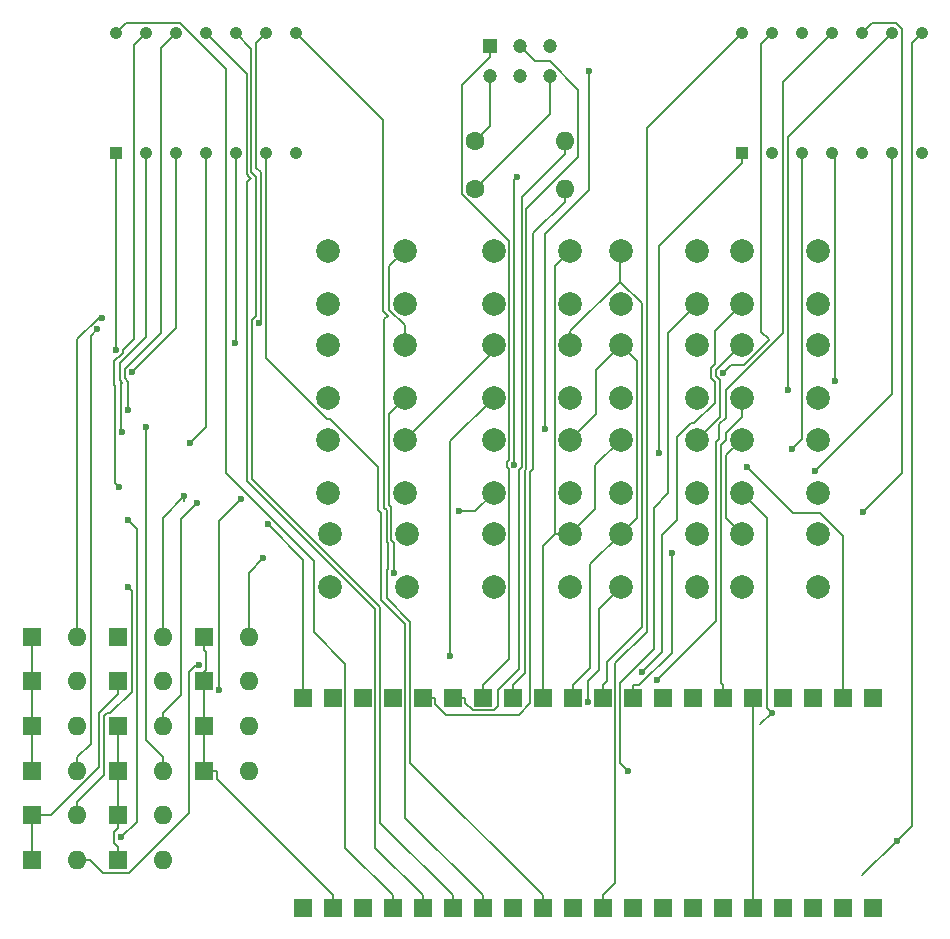
<source format=gbr>
%TF.GenerationSoftware,KiCad,Pcbnew,8.0.8*%
%TF.CreationDate,2025-05-29T15:04:49-04:00*%
%TF.ProjectId,meowwww x3,6d656f77-7777-4772-9078-332e6b696361,rev?*%
%TF.SameCoordinates,Original*%
%TF.FileFunction,Copper,L2,Bot*%
%TF.FilePolarity,Positive*%
%FSLAX46Y46*%
G04 Gerber Fmt 4.6, Leading zero omitted, Abs format (unit mm)*
G04 Created by KiCad (PCBNEW 8.0.8) date 2025-05-29 15:04:49*
%MOMM*%
%LPD*%
G01*
G04 APERTURE LIST*
%TA.AperFunction,ComponentPad*%
%ADD10R,1.508000X1.508000*%
%TD*%
%TA.AperFunction,ComponentPad*%
%ADD11C,2.000000*%
%TD*%
%TA.AperFunction,ComponentPad*%
%ADD12R,1.200000X1.200000*%
%TD*%
%TA.AperFunction,ComponentPad*%
%ADD13C,1.200000*%
%TD*%
%TA.AperFunction,ComponentPad*%
%ADD14C,1.600000*%
%TD*%
%TA.AperFunction,ComponentPad*%
%ADD15O,1.600000X1.600000*%
%TD*%
%TA.AperFunction,ComponentPad*%
%ADD16R,1.050000X1.050000*%
%TD*%
%TA.AperFunction,ComponentPad*%
%ADD17C,1.050000*%
%TD*%
%TA.AperFunction,ComponentPad*%
%ADD18R,1.600000X1.600000*%
%TD*%
%TA.AperFunction,ViaPad*%
%ADD19C,0.600000*%
%TD*%
%TA.AperFunction,Conductor*%
%ADD20C,0.200000*%
%TD*%
G04 APERTURE END LIST*
D10*
%TO.P,U4,GP0,GP0*%
%TO.N,Net-(U1-SDA)*%
X129360000Y-80110000D03*
%TO.P,U4,GP1,GP1*%
%TO.N,Net-(U1-SCK)*%
X126820000Y-80110000D03*
%TO.P,U4,GND4,GND4*%
%TO.N,Net-(U1-A0)*%
X124280000Y-80110000D03*
%TO.P,U4,GP2,GP2*%
%TO.N,unconnected-(U4-PadGP2)*%
X121740000Y-80110000D03*
%TO.P,U4,GP3,GP3*%
%TO.N,ro2*%
X119200000Y-80110000D03*
%TO.P,U4,GP4,GP4*%
%TO.N,ro3*%
X116660000Y-80110000D03*
%TO.P,U4,GP5,GP5*%
%TO.N,ro4*%
X114120000Y-80110000D03*
%TO.P,U4,GND5,GND5*%
%TO.N,unconnected-(U4-PadGND5)*%
X111580000Y-80110000D03*
%TO.P,U4,GP6,GP6*%
%TO.N,col1*%
X109040000Y-80110000D03*
%TO.P,U4,GP7,GP7*%
%TO.N,col2*%
X106500000Y-80110000D03*
%TO.P,U4,GP8,GP8*%
%TO.N,col3*%
X103960000Y-80110000D03*
%TO.P,U4,GP9,GP9*%
%TO.N,col4*%
X101420000Y-80110000D03*
%TO.P,U4,GND6,GND6*%
%TO.N,eee*%
X98880000Y-80110000D03*
%TO.P,U4,GP10,GP10*%
%TO.N,meow*%
X96340000Y-80110000D03*
%TO.P,U4,GP11,GP11*%
%TO.N,one*%
X93800000Y-80110000D03*
%TO.P,U4,GP12,GP12*%
%TO.N,two*%
X91260000Y-80110000D03*
%TO.P,U4,GP13,GP13*%
%TO.N,ro1*%
X88720000Y-80110000D03*
%TO.P,U4,GND7,GND7*%
%TO.N,unconnected-(U4-PadGND7)*%
X86180000Y-80110000D03*
%TO.P,U4,GP14,GP14*%
%TO.N,Net-(DS2-Pad11)*%
X83640000Y-80110000D03*
%TO.P,U4,GP15,GP15*%
%TO.N,Net-(DS2-Pad10)*%
X81100000Y-80110000D03*
%TO.P,U4,VBUS,VBUS*%
%TO.N,unconnected-(U4-PadVBUS)*%
X129360000Y-97890000D03*
%TO.P,U4,VSYS,VSYS*%
%TO.N,unconnected-(U4-PadVSYS)*%
X126820000Y-97890000D03*
%TO.P,U4,GND,GND*%
%TO.N,Net-(U1-VSS)*%
X124280000Y-97890000D03*
%TO.P,U4,3V3_EN,3V3_EN*%
%TO.N,unconnected-(U4-Pad3V3_EN)*%
X121740000Y-97890000D03*
%TO.P,U4,3V3,3V3*%
%TO.N,ro2*%
X119200000Y-97890000D03*
%TO.P,U4,ADC_VREF,ADC_VREF*%
%TO.N,unconnected-(U4-PadADC_VREF)*%
X116660000Y-97890000D03*
%TO.P,U4,GP28_A2,GP28_A2*%
%TO.N,unconnected-(U4-PadGP28_A2)*%
X114120000Y-97890000D03*
%TO.P,U4,AGND,AGND*%
%TO.N,unconnected-(U4-PadAGND)*%
X111580000Y-97890000D03*
%TO.P,U4,GP27_A1,GP27_A1*%
%TO.N,unconnected-(U4-PadGP27_A1)*%
X109040000Y-97890000D03*
%TO.P,U4,GP26_A0,GP26_A0*%
%TO.N,Net-(DS2-Pad14)*%
X106500000Y-97890000D03*
%TO.P,U4,RUN,RUN*%
%TO.N,unconnected-(U4-PadRUN)*%
X103960000Y-97890000D03*
%TO.P,U4,GP22,GP22*%
%TO.N,Net-(DS1-Pad8)*%
X101420000Y-97890000D03*
%TO.P,U4,GND2,GND2*%
%TO.N,unconnected-(U4-PadGND2)*%
X98880000Y-97890000D03*
%TO.P,U4,GP21,GP21*%
%TO.N,Net-(DS1-Pad6)*%
X96340000Y-97890000D03*
%TO.P,U4,GP20,GP20*%
%TO.N,Net-(DS1-Pad10)*%
X93800000Y-97890000D03*
%TO.P,U4,GP19,GP19*%
%TO.N,Net-(DS1-Pad11)*%
X91260000Y-97890000D03*
%TO.P,U4,GP18,GP18*%
%TO.N,Net-(DS1-Pad14)*%
X88720000Y-97890000D03*
%TO.P,U4,GND3,GND3*%
%TO.N,unconnected-(U4-PadGND3)*%
X86180000Y-97890000D03*
%TO.P,U4,GP17,GP17*%
%TO.N,ro4*%
X83640000Y-97890000D03*
%TO.P,U4,GP16,GP16*%
%TO.N,Net-(DS2-Pad8)*%
X81100000Y-97890000D03*
%TD*%
D11*
%TO.P,SW17,1,1*%
%TO.N,col1*%
X118250000Y-66250000D03*
X124750000Y-66250000D03*
%TO.P,SW17,2,2*%
%TO.N,Net-(D13-A)*%
X118250000Y-70750000D03*
X124750000Y-70750000D03*
%TD*%
%TO.P,SW16,1,1*%
%TO.N,col1*%
X118250000Y-58250000D03*
X124750000Y-58250000D03*
%TO.P,SW16,2,2*%
%TO.N,Net-(D12-A)*%
X118250000Y-62750000D03*
X124750000Y-62750000D03*
%TD*%
%TO.P,SW15,1,1*%
%TO.N,col4*%
X118250000Y-50250000D03*
X124750000Y-50250000D03*
%TO.P,SW15,2,2*%
%TO.N,ro3*%
X118250000Y-54750000D03*
X124750000Y-54750000D03*
%TD*%
%TO.P,SW14,1,1*%
%TO.N,col2*%
X118250000Y-42250000D03*
X124750000Y-42250000D03*
%TO.P,SW14,2,2*%
%TO.N,Net-(D14-A)*%
X118250000Y-46750000D03*
X124750000Y-46750000D03*
%TD*%
%TO.P,SW13,1,1*%
%TO.N,col3*%
X108000000Y-66250000D03*
X114500000Y-66250000D03*
%TO.P,SW13,2,2*%
%TO.N,Net-(D15-A)*%
X108000000Y-70750000D03*
X114500000Y-70750000D03*
%TD*%
%TO.P,SW12,1,1*%
%TO.N,col4*%
X108000000Y-58250000D03*
X114500000Y-58250000D03*
%TO.P,SW12,2,2*%
%TO.N,Net-(D9-A)*%
X108000000Y-62750000D03*
X114500000Y-62750000D03*
%TD*%
%TO.P,SW11,1,1*%
%TO.N,col3*%
X108000000Y-50250000D03*
X114500000Y-50250000D03*
%TO.P,SW11,2,2*%
%TO.N,Net-(D10-A)*%
X108000000Y-54750000D03*
X114500000Y-54750000D03*
%TD*%
%TO.P,SW10,1,1*%
%TO.N,col2*%
X108000000Y-42250000D03*
X114500000Y-42250000D03*
%TO.P,SW10,2,2*%
%TO.N,Net-(D11-A)*%
X108000000Y-46750000D03*
X114500000Y-46750000D03*
%TD*%
%TO.P,SW9,1,1*%
%TO.N,col4*%
X97250000Y-66250000D03*
X103750000Y-66250000D03*
%TO.P,SW9,2,2*%
%TO.N,Net-(D8-A)*%
X97250000Y-70750000D03*
X103750000Y-70750000D03*
%TD*%
%TO.P,SW8,1,1*%
%TO.N,col3*%
X97250000Y-58250000D03*
X103750000Y-58250000D03*
%TO.P,SW8,2,2*%
%TO.N,Net-(D7-A)*%
X97250000Y-62750000D03*
X103750000Y-62750000D03*
%TD*%
%TO.P,SW7,1,1*%
%TO.N,col2*%
X97250000Y-50250000D03*
X103750000Y-50250000D03*
%TO.P,SW7,2,2*%
%TO.N,Net-(D6-A)*%
X97250000Y-54750000D03*
X103750000Y-54750000D03*
%TD*%
%TO.P,SW6,1,1*%
%TO.N,col4*%
X97250000Y-42250000D03*
X103750000Y-42250000D03*
%TO.P,SW6,2,2*%
%TO.N,Net-(D4-A)*%
X97250000Y-46750000D03*
X103750000Y-46750000D03*
%TD*%
%TO.P,SW5,1,1*%
%TO.N,col3*%
X83380000Y-66250000D03*
X89880000Y-66250000D03*
%TO.P,SW5,2,2*%
%TO.N,Net-(D3-A)*%
X83380000Y-70750000D03*
X89880000Y-70750000D03*
%TD*%
%TO.P,SW4,1,1*%
%TO.N,col2*%
X83250000Y-58250000D03*
X89750000Y-58250000D03*
%TO.P,SW4,2,2*%
%TO.N,Net-(D2-A)*%
X83250000Y-62750000D03*
X89750000Y-62750000D03*
%TD*%
%TO.P,SW3,1,1*%
%TO.N,col1*%
X83250000Y-50250000D03*
X89750000Y-50250000D03*
%TO.P,SW3,2,2*%
%TO.N,Net-(D5-A)*%
X83250000Y-54750000D03*
X89750000Y-54750000D03*
%TD*%
%TO.P,SW2,1,1*%
%TO.N,col1*%
X83250000Y-42250000D03*
X89750000Y-42250000D03*
%TO.P,SW2,2,2*%
%TO.N,Net-(D1-A)*%
X83250000Y-46750000D03*
X89750000Y-46750000D03*
%TD*%
D12*
%TO.P,SW1,1,A*%
%TO.N,meow*%
X96920000Y-24960000D03*
D13*
%TO.P,SW1,2,B*%
%TO.N,eee*%
X99460000Y-24960000D03*
%TO.P,SW1,3,C*%
%TO.N,unconnected-(SW1-C-Pad3)*%
X102000000Y-24960000D03*
%TO.P,SW1,4,KR*%
%TO.N,Net-(SW1-KR)*%
X96920000Y-27500000D03*
%TO.P,SW1,5,A*%
%TO.N,unconnected-(SW1-A-Pad5)*%
X99460000Y-27500000D03*
%TO.P,SW1,6,KG*%
%TO.N,Net-(SW1-KG)*%
X102000000Y-27500000D03*
%TD*%
D14*
%TO.P,R2,1*%
%TO.N,Net-(SW1-KG)*%
X95690000Y-37000000D03*
D15*
%TO.P,R2,2*%
%TO.N,two*%
X103310000Y-37000000D03*
%TD*%
D14*
%TO.P,R1,1*%
%TO.N,Net-(SW1-KR)*%
X95690000Y-32950000D03*
D15*
%TO.P,R1,2*%
%TO.N,one*%
X103310000Y-32950000D03*
%TD*%
D16*
%TO.P,DS2,1*%
%TO.N,Net-(U1-GPA3)*%
X118260000Y-34000000D03*
D17*
%TO.P,DS2,2*%
%TO.N,Net-(U1-GPA4)*%
X120800000Y-34000000D03*
%TO.P,DS2,3*%
%TO.N,Net-(U1-GPA0)*%
X123340000Y-34000000D03*
%TO.P,DS2,4*%
%TO.N,Net-(U1-GPA5)*%
X125880000Y-34000000D03*
%TO.P,DS2,5*%
%TO.N,Net-(U1-GPA1)*%
X128420000Y-34000000D03*
%TO.P,DS2,6*%
%TO.N,Net-(D9-A)*%
X130960000Y-34000000D03*
%TO.P,DS2,8*%
%TO.N,Net-(DS2-Pad8)*%
X133500000Y-23840000D03*
%TO.P,DS2,9*%
%TO.N,Net-(U1-GPA6)*%
X130960000Y-23840000D03*
%TO.P,DS2,10*%
%TO.N,Net-(DS2-Pad10)*%
X128420000Y-23840000D03*
%TO.P,DS2,11*%
%TO.N,Net-(DS2-Pad11)*%
X125880000Y-23840000D03*
%TO.P,DS2,12*%
%TO.N,Net-(U1-GPA2)*%
X123340000Y-23840000D03*
%TO.P,DS2,13*%
%TO.N,Net-(U1-GPA7)*%
X120800000Y-23840000D03*
%TO.P,DS2,14*%
%TO.N,Net-(DS2-Pad14)*%
X118260000Y-23840000D03*
%TO.P,DS2,7*%
%TO.N,N/C*%
X133500000Y-34000000D03*
%TD*%
D16*
%TO.P,DS1,1*%
%TO.N,Net-(U1-GPB3)*%
X65260000Y-34000000D03*
D17*
%TO.P,DS1,2*%
%TO.N,Net-(U1-GPB4)*%
X67800000Y-34000000D03*
%TO.P,DS1,3*%
%TO.N,Net-(U1-GPB0)*%
X70340000Y-34000000D03*
%TO.P,DS1,4*%
%TO.N,Net-(U1-GPB5)*%
X72880000Y-34000000D03*
%TO.P,DS1,5*%
%TO.N,Net-(U1-GPB1)*%
X75420000Y-34000000D03*
%TO.P,DS1,6*%
%TO.N,Net-(DS1-Pad6)*%
X77960000Y-34000000D03*
%TO.P,DS1,8*%
%TO.N,Net-(DS1-Pad8)*%
X80500000Y-23840000D03*
%TO.P,DS1,9*%
%TO.N,Net-(U1-GPB6)*%
X77960000Y-23840000D03*
%TO.P,DS1,10*%
%TO.N,Net-(DS1-Pad10)*%
X75420000Y-23840000D03*
%TO.P,DS1,11*%
%TO.N,Net-(DS1-Pad11)*%
X72880000Y-23840000D03*
%TO.P,DS1,12*%
%TO.N,Net-(U1-GPB2)*%
X70340000Y-23840000D03*
%TO.P,DS1,13*%
%TO.N,Net-(U1-GPB7)*%
X67800000Y-23840000D03*
%TO.P,DS1,14*%
%TO.N,Net-(DS1-Pad14)*%
X65260000Y-23840000D03*
%TO.P,DS1,7*%
%TO.N,N/C*%
X80500000Y-34000000D03*
%TD*%
D18*
%TO.P,D16,1,K*%
%TO.N,ro4*%
X72710700Y-86272700D03*
D15*
%TO.P,D16,2,A*%
%TO.N,ro3*%
X76520700Y-86272700D03*
%TD*%
D18*
%TO.P,D15,1,K*%
%TO.N,ro4*%
X72710700Y-82500000D03*
D15*
%TO.P,D15,2,A*%
%TO.N,Net-(D15-A)*%
X76520700Y-82500000D03*
%TD*%
D18*
%TO.P,D14,1,K*%
%TO.N,ro4*%
X72710700Y-78727300D03*
D15*
%TO.P,D14,2,A*%
%TO.N,Net-(D14-A)*%
X76520700Y-78727300D03*
%TD*%
D18*
%TO.P,D13,1,K*%
%TO.N,ro4*%
X72710700Y-74954500D03*
D15*
%TO.P,D13,2,A*%
%TO.N,Net-(D13-A)*%
X76520700Y-74954500D03*
%TD*%
D18*
%TO.P,D12,1,K*%
%TO.N,ro3*%
X65439300Y-93818200D03*
D15*
%TO.P,D12,2,A*%
%TO.N,Net-(D12-A)*%
X69249300Y-93818200D03*
%TD*%
D18*
%TO.P,D11,1,K*%
%TO.N,ro3*%
X65439300Y-90045500D03*
D15*
%TO.P,D11,2,A*%
%TO.N,Net-(D11-A)*%
X69249300Y-90045500D03*
%TD*%
D18*
%TO.P,D10,1,K*%
%TO.N,ro3*%
X65439300Y-86272700D03*
D15*
%TO.P,D10,2,A*%
%TO.N,Net-(D10-A)*%
X69249300Y-86272700D03*
%TD*%
D18*
%TO.P,D9,1,K*%
%TO.N,ro3*%
X65439300Y-82500000D03*
D15*
%TO.P,D9,2,A*%
%TO.N,Net-(D9-A)*%
X69249300Y-82500000D03*
%TD*%
D18*
%TO.P,D8,1,K*%
%TO.N,ro2*%
X65439300Y-78727300D03*
D15*
%TO.P,D8,2,A*%
%TO.N,Net-(D8-A)*%
X69249300Y-78727300D03*
%TD*%
D18*
%TO.P,D7,1,K*%
%TO.N,ro2*%
X65439300Y-74954500D03*
D15*
%TO.P,D7,2,A*%
%TO.N,Net-(D7-A)*%
X69249300Y-74954500D03*
%TD*%
D18*
%TO.P,D6,1,K*%
%TO.N,ro2*%
X58167900Y-93818200D03*
D15*
%TO.P,D6,2,A*%
%TO.N,Net-(D6-A)*%
X61977900Y-93818200D03*
%TD*%
D18*
%TO.P,D5,1,K*%
%TO.N,ro2*%
X58167900Y-90045500D03*
D15*
%TO.P,D5,2,A*%
%TO.N,Net-(D5-A)*%
X61977900Y-90045500D03*
%TD*%
D18*
%TO.P,D4,1,K*%
%TO.N,ro1*%
X58167900Y-86272700D03*
D15*
%TO.P,D4,2,A*%
%TO.N,Net-(D4-A)*%
X61977900Y-86272700D03*
%TD*%
D18*
%TO.P,D3,1,K*%
%TO.N,ro1*%
X58167900Y-82500000D03*
D15*
%TO.P,D3,2,A*%
%TO.N,Net-(D3-A)*%
X61977900Y-82500000D03*
%TD*%
D18*
%TO.P,D2,1,K*%
%TO.N,ro1*%
X58167900Y-78727300D03*
D15*
%TO.P,D2,2,A*%
%TO.N,Net-(D2-A)*%
X61977900Y-78727300D03*
%TD*%
D18*
%TO.P,D1,1,K*%
%TO.N,ro1*%
X58167900Y-74954500D03*
D15*
%TO.P,D1,2,A*%
%TO.N,Net-(D1-A)*%
X61977900Y-74954500D03*
%TD*%
D19*
%TO.N,Net-(U1-VSS)*%
X66296600Y-65048600D03*
X65719800Y-91931800D03*
%TO.N,Net-(U1-SCK)*%
X118735300Y-60601900D03*
%TO.N,col1*%
X112305900Y-67827300D03*
%TO.N,Net-(DS2-Pad8)*%
X131404500Y-92206700D03*
%TO.N,Net-(U1-GPA2)*%
X101573000Y-57359200D03*
X105292400Y-27078700D03*
%TO.N,Net-(DS2-Pad11)*%
X111067000Y-78616300D03*
%TO.N,Net-(U1-GPA5)*%
X126172500Y-53273300D03*
%TO.N,Net-(U1-GPA1)*%
X99008300Y-60368900D03*
X99261000Y-36003300D03*
%TO.N,Net-(U1-GPA6)*%
X122201300Y-54097100D03*
%TO.N,Net-(DS2-Pad10)*%
X128493200Y-64360600D03*
X78101800Y-65438600D03*
%TO.N,Net-(U1-GPA3)*%
X111244000Y-59377100D03*
%TO.N,Net-(U1-GPA0)*%
X122482500Y-59077400D03*
%TO.N,Net-(U1-GPA7)*%
X116664600Y-52625300D03*
%TO.N,Net-(U1-GPB5)*%
X71517000Y-58547700D03*
%TO.N,Net-(U1-GPB6)*%
X77389400Y-48367500D03*
%TO.N,Net-(U1-GPB4)*%
X65803200Y-57573000D03*
%TO.N,Net-(U1-GPB1)*%
X75333900Y-50063300D03*
%TO.N,Net-(U1-GPB2)*%
X66308500Y-55714500D03*
%TO.N,Net-(U1-GPB7)*%
X65540900Y-62285000D03*
%TO.N,Net-(U1-GPB3)*%
X65253200Y-50658300D03*
%TO.N,Net-(U1-GPB0)*%
X66606500Y-52557300D03*
%TO.N,Net-(D15-A)*%
X105230000Y-80485500D03*
%TO.N,Net-(D14-A)*%
X109838300Y-77931000D03*
%TO.N,Net-(D13-A)*%
X77731500Y-68308700D03*
%TO.N,Net-(D12-A)*%
X120785300Y-81369700D03*
%TO.N,Net-(D11-A)*%
X108612700Y-86303100D03*
%TO.N,Net-(D10-A)*%
X67777200Y-57205000D03*
%TO.N,Net-(D9-A)*%
X72132100Y-63587700D03*
X124439100Y-60899900D03*
%TO.N,Net-(D7-A)*%
X71064600Y-63043000D03*
X94352300Y-64299200D03*
%TO.N,Net-(D6-A)*%
X72277700Y-77336800D03*
X93591400Y-76600500D03*
%TO.N,Net-(D5-A)*%
X66294500Y-70770200D03*
X88777700Y-69547200D03*
%TO.N,Net-(D4-A)*%
X63679300Y-48929900D03*
%TO.N,Net-(D2-A)*%
X74020600Y-79459100D03*
X75843800Y-63327500D03*
%TO.N,Net-(D1-A)*%
X64045300Y-47928200D03*
%TD*%
D20*
%TO.N,Net-(U1-VSS)*%
X67041400Y-90610200D02*
X65719800Y-91931800D01*
X67041400Y-65793400D02*
X67041400Y-90610200D01*
X66296600Y-65048600D02*
X67041400Y-65793400D01*
%TO.N,Net-(U1-SCK)*%
X126820000Y-66421100D02*
X126820000Y-80110000D01*
X124898900Y-64500000D02*
X126820000Y-66421100D01*
X122633400Y-64500000D02*
X124898900Y-64500000D01*
X118735300Y-60601900D02*
X122633400Y-64500000D01*
%TO.N,col4*%
X105844500Y-60405500D02*
X108000000Y-58250000D01*
X105844500Y-64155500D02*
X105844500Y-60405500D01*
X103750000Y-66250000D02*
X105844500Y-64155500D01*
X101420000Y-67240200D02*
X102410200Y-66250000D01*
X101420000Y-80110000D02*
X101420000Y-67240200D01*
X102410200Y-43589800D02*
X103750000Y-42250000D01*
X102410200Y-66250000D02*
X102410200Y-43589800D01*
X102410200Y-66250000D02*
X103750000Y-66250000D01*
X114500000Y-58247900D02*
X114500000Y-58250000D01*
X116436000Y-56311900D02*
X114500000Y-58247900D01*
X116436000Y-53247500D02*
X116436000Y-56311900D01*
X116062900Y-52874400D02*
X116436000Y-53247500D01*
X116062900Y-52376200D02*
X116062900Y-52874400D01*
X118189100Y-50250000D02*
X116062900Y-52376200D01*
X118250000Y-50250000D02*
X118189100Y-50250000D01*
%TO.N,col3*%
X105445800Y-77568500D02*
X103960000Y-79054300D01*
X105445800Y-68804200D02*
X105445800Y-77568500D01*
X108000000Y-66250000D02*
X105445800Y-68804200D01*
X103960000Y-80110000D02*
X103960000Y-79054300D01*
X105875100Y-56124900D02*
X103750000Y-58250000D01*
X105875100Y-52374900D02*
X105875100Y-56124900D01*
X108000000Y-50250000D02*
X105875100Y-52374900D01*
X109343000Y-64907000D02*
X108000000Y-66250000D01*
X109343000Y-51593000D02*
X109343000Y-64907000D01*
X108000000Y-50250000D02*
X109343000Y-51593000D01*
%TO.N,col2*%
X97250000Y-50750000D02*
X97250000Y-50250000D01*
X89750000Y-58250000D02*
X97250000Y-50750000D01*
X107980800Y-42269200D02*
X108000000Y-42250000D01*
X107980800Y-44871700D02*
X107980800Y-42269200D01*
X106500000Y-80110000D02*
X106500000Y-79054300D01*
X103750000Y-49102500D02*
X107980800Y-44871700D01*
X103750000Y-50250000D02*
X103750000Y-49102500D01*
X106845000Y-78709300D02*
X106500000Y-79054300D01*
X106845000Y-77054300D02*
X106845000Y-78709300D01*
X109791100Y-74108200D02*
X106845000Y-77054300D01*
X109791100Y-46682000D02*
X109791100Y-74108200D01*
X107980800Y-44871700D02*
X109791100Y-46682000D01*
%TO.N,col1*%
X89750000Y-48590900D02*
X89750000Y-50250000D01*
X88416300Y-47257200D02*
X89750000Y-48590900D01*
X88416300Y-43583700D02*
X88416300Y-47257200D01*
X89750000Y-42250000D02*
X88416300Y-43583700D01*
X116910100Y-59589900D02*
X118250000Y-58250000D01*
X116910100Y-64910100D02*
X116910100Y-59589900D01*
X118250000Y-66250000D02*
X116910100Y-64910100D01*
X109040000Y-80110000D02*
X109040000Y-79054300D01*
X109565900Y-79054300D02*
X109040000Y-79054300D01*
X112305900Y-76314300D02*
X109565900Y-79054300D01*
X112305900Y-67827300D02*
X112305900Y-76314300D01*
%TO.N,meow*%
X96920000Y-24960000D02*
X96920000Y-25861700D01*
X96340000Y-80110000D02*
X96340000Y-79054300D01*
X98555500Y-76838800D02*
X96340000Y-79054300D01*
X98555500Y-60768500D02*
X98555500Y-76838800D01*
X98405000Y-60618000D02*
X98555500Y-60768500D01*
X98405000Y-60119800D02*
X98405000Y-60618000D01*
X98555500Y-59969300D02*
X98405000Y-60119800D01*
X98555500Y-41461600D02*
X98555500Y-59969300D01*
X94585900Y-37492000D02*
X98555500Y-41461600D01*
X94585900Y-28195800D02*
X94585900Y-37492000D01*
X96920000Y-25861700D02*
X94585900Y-28195800D01*
%TO.N,eee*%
X98880000Y-80110000D02*
X98880000Y-79054300D01*
X100730000Y-26230000D02*
X99460000Y-24960000D01*
X102007100Y-26230000D02*
X100730000Y-26230000D01*
X104422600Y-28645500D02*
X102007100Y-26230000D01*
X104422600Y-34329300D02*
X104422600Y-28645500D01*
X100011700Y-38740200D02*
X104422600Y-34329300D01*
X100011700Y-60784400D02*
X100011700Y-38740200D01*
X99888300Y-60907800D02*
X100011700Y-60784400D01*
X99888300Y-78046000D02*
X99888300Y-60907800D01*
X98880000Y-79054300D02*
X99888300Y-78046000D01*
%TO.N,two*%
X103310000Y-37000000D02*
X103310000Y-38101700D01*
X91260000Y-80110000D02*
X92315700Y-80110000D01*
X100615900Y-40795800D02*
X103310000Y-38101700D01*
X100615900Y-60748200D02*
X100615900Y-40795800D01*
X100364300Y-60999800D02*
X100615900Y-60748200D01*
X100364300Y-80571600D02*
X100364300Y-60999800D01*
X99368500Y-81567400D02*
X100364300Y-80571600D01*
X93245200Y-81567400D02*
X99368500Y-81567400D01*
X92315700Y-80637900D02*
X93245200Y-81567400D01*
X92315700Y-80110000D02*
X92315700Y-80637900D01*
%TO.N,Net-(SW1-KG)*%
X102000000Y-30690000D02*
X95690000Y-37000000D01*
X102000000Y-27500000D02*
X102000000Y-30690000D01*
%TO.N,Net-(SW1-KR)*%
X96920000Y-31720000D02*
X96920000Y-27500000D01*
X95690000Y-32950000D02*
X96920000Y-31720000D01*
%TO.N,one*%
X103310000Y-32950000D02*
X103310000Y-34051700D01*
X93800000Y-80110000D02*
X94855700Y-80110000D01*
X99610000Y-37751700D02*
X103310000Y-34051700D01*
X99610000Y-60618100D02*
X99610000Y-37751700D01*
X99410800Y-60817300D02*
X99610000Y-60618100D01*
X99410800Y-77644500D02*
X99410800Y-60817300D01*
X97610000Y-79445300D02*
X99410800Y-77644500D01*
X97610000Y-80843200D02*
X97610000Y-79445300D01*
X97287500Y-81165700D02*
X97610000Y-80843200D01*
X95461000Y-81165700D02*
X97287500Y-81165700D01*
X94855700Y-80560400D02*
X95461000Y-81165700D01*
X94855700Y-80110000D02*
X94855700Y-80560400D01*
%TO.N,Net-(DS2-Pad8)*%
X132673300Y-90937900D02*
X131404500Y-92206700D01*
X132673300Y-24666700D02*
X132673300Y-90937900D01*
X133500000Y-23840000D02*
X132673300Y-24666700D01*
X131404500Y-92206700D02*
X128464600Y-95146600D01*
X128464600Y-95146600D02*
X131404500Y-92206700D01*
%TO.N,Net-(U1-GPA2)*%
X105292400Y-37123100D02*
X105292400Y-27078700D01*
X101573000Y-40842500D02*
X105292400Y-37123100D01*
X101573000Y-57359200D02*
X101573000Y-40842500D01*
%TO.N,Net-(DS2-Pad11)*%
X121713200Y-28006800D02*
X125880000Y-23840000D01*
X121713200Y-49230300D02*
X121713200Y-28006800D01*
X116893100Y-54050400D02*
X121713200Y-49230300D01*
X116893100Y-56422800D02*
X116893100Y-54050400D01*
X116352400Y-56963500D02*
X116893100Y-56422800D01*
X116352400Y-58192800D02*
X116352400Y-56963500D01*
X116088500Y-58456700D02*
X116352400Y-58192800D01*
X116088500Y-73594800D02*
X116088500Y-58456700D01*
X111067000Y-78616300D02*
X116088500Y-73594800D01*
%TO.N,Net-(U1-GPA5)*%
X126172500Y-34292500D02*
X125880000Y-34000000D01*
X126172500Y-53273300D02*
X126172500Y-34292500D01*
%TO.N,Net-(U1-GPA1)*%
X99008300Y-36256000D02*
X99261000Y-36003300D01*
X99008300Y-60368900D02*
X99008300Y-36256000D01*
%TO.N,Net-(U1-GPA6)*%
X122201300Y-32598700D02*
X130960000Y-23840000D01*
X122201300Y-54097100D02*
X122201300Y-32598700D01*
%TO.N,Net-(DS2-Pad10)*%
X81100000Y-68436800D02*
X78101800Y-65438600D01*
X81100000Y-80110000D02*
X81100000Y-68436800D01*
X131795500Y-61058300D02*
X128493200Y-64360600D01*
X131795500Y-23481700D02*
X131795500Y-61058300D01*
X131299300Y-22985500D02*
X131795500Y-23481700D01*
X129274500Y-22985500D02*
X131299300Y-22985500D01*
X128420000Y-23840000D02*
X129274500Y-22985500D01*
%TO.N,Net-(U1-GPA3)*%
X118260000Y-34000000D02*
X118260000Y-34826700D01*
X111244000Y-41842700D02*
X118260000Y-34826700D01*
X111244000Y-59377100D02*
X111244000Y-41842700D01*
%TO.N,Net-(DS2-Pad14)*%
X106500000Y-97890000D02*
X106500000Y-96834300D01*
X107555700Y-95778600D02*
X106500000Y-96834300D01*
X107555700Y-77164300D02*
X107555700Y-95778600D01*
X110202200Y-74517800D02*
X107555700Y-77164300D01*
X110202200Y-31897800D02*
X110202200Y-74517800D01*
X118260000Y-23840000D02*
X110202200Y-31897800D01*
%TO.N,Net-(U1-GPA0)*%
X123340000Y-58219900D02*
X123340000Y-34000000D01*
X122482500Y-59077400D02*
X123340000Y-58219900D01*
%TO.N,Net-(U1-GPA7)*%
X117356700Y-51933200D02*
X116664600Y-52625300D01*
X118442300Y-51933200D02*
X117356700Y-51933200D01*
X120531700Y-49843800D02*
X118442300Y-51933200D01*
X120531700Y-49761200D02*
X120531700Y-49843800D01*
X119919200Y-49148700D02*
X120531700Y-49761200D01*
X119919200Y-24720800D02*
X119919200Y-49148700D01*
X120800000Y-23840000D02*
X119919200Y-24720800D01*
%TO.N,Net-(U1-GPB5)*%
X72880000Y-57184700D02*
X71517000Y-58547700D01*
X72880000Y-34000000D02*
X72880000Y-57184700D01*
%TO.N,Net-(DS1-Pad14)*%
X88720000Y-97890000D02*
X88720000Y-96834300D01*
X66112300Y-22987700D02*
X65260000Y-23840000D01*
X70660000Y-22987700D02*
X66112300Y-22987700D01*
X74576200Y-26903900D02*
X70660000Y-22987700D01*
X74576200Y-61062100D02*
X74576200Y-26903900D01*
X82035500Y-68521400D02*
X74576200Y-61062100D01*
X82035500Y-74585100D02*
X82035500Y-68521400D01*
X84695700Y-77245300D02*
X82035500Y-74585100D01*
X84695700Y-92810000D02*
X84695700Y-77245300D01*
X88720000Y-96834300D02*
X84695700Y-92810000D01*
%TO.N,Net-(U1-GPB6)*%
X77133300Y-24666700D02*
X77960000Y-23840000D01*
X77133300Y-35229700D02*
X77133300Y-24666700D01*
X77535200Y-35631600D02*
X77133300Y-35229700D01*
X77535200Y-48221700D02*
X77535200Y-35631600D01*
X77389400Y-48367500D02*
X77535200Y-48221700D01*
%TO.N,Net-(DS1-Pad10)*%
X93800000Y-97890000D02*
X93800000Y-96834300D01*
X87664300Y-90698600D02*
X93800000Y-96834300D01*
X87664300Y-72494600D02*
X87664300Y-90698600D01*
X87498200Y-72328500D02*
X87664300Y-72494600D01*
X87498200Y-72328500D02*
X87664300Y-72494600D01*
X76787700Y-61618000D02*
X87498200Y-72328500D01*
X76787700Y-48118400D02*
X76787700Y-61618000D01*
X77133300Y-47772800D02*
X76787700Y-48118400D01*
X77133300Y-35999200D02*
X77133300Y-47772800D01*
X76731600Y-35597500D02*
X77133300Y-35999200D01*
X76731600Y-25151600D02*
X76731600Y-35597500D01*
X75420000Y-23840000D02*
X76731600Y-25151600D01*
%TO.N,Net-(DS1-Pad6)*%
X96340000Y-97890000D02*
X96340000Y-96834300D01*
X89775700Y-90270000D02*
X96340000Y-96834300D01*
X89775700Y-73871700D02*
X89775700Y-90270000D01*
X87724500Y-71820500D02*
X89775700Y-73871700D01*
X87724500Y-64473400D02*
X87724500Y-71820500D01*
X87696700Y-64445600D02*
X87724500Y-64473400D01*
X87696700Y-64445600D02*
X87724500Y-64473400D01*
X77991100Y-34031100D02*
X77960000Y-34000000D01*
X77991100Y-51376300D02*
X77991100Y-34031100D01*
X83114800Y-56500000D02*
X77991100Y-51376300D01*
X83396900Y-56500000D02*
X83114800Y-56500000D01*
X87461300Y-60564400D02*
X83396900Y-56500000D01*
X87461300Y-64210200D02*
X87461300Y-60564400D01*
X87696700Y-64445600D02*
X87461300Y-64210200D01*
%TO.N,Net-(U1-GPB4)*%
X65706800Y-57476600D02*
X65803200Y-57573000D01*
X65706800Y-53572500D02*
X65706800Y-57476600D01*
X65803200Y-53476100D02*
X65706800Y-53572500D01*
X65755600Y-53428500D02*
X65803200Y-53476100D01*
X65755600Y-53428500D02*
X65803200Y-53476100D01*
X67800000Y-49530400D02*
X67800000Y-34000000D01*
X65573200Y-51757200D02*
X67800000Y-49530400D01*
X65573200Y-53246100D02*
X65573200Y-51757200D01*
X65755600Y-53428500D02*
X65573200Y-53246100D01*
%TO.N,Net-(U1-GPB1)*%
X75420000Y-49977200D02*
X75420000Y-34000000D01*
X75333900Y-50063300D02*
X75420000Y-49977200D01*
%TO.N,Net-(U1-GPB2)*%
X69070000Y-25110000D02*
X70340000Y-23840000D01*
X69070000Y-49242600D02*
X69070000Y-25110000D01*
X65992400Y-52320200D02*
X69070000Y-49242600D01*
X65992400Y-53076500D02*
X65992400Y-52320200D01*
X66308500Y-53392600D02*
X65992400Y-53076500D01*
X66308500Y-55714500D02*
X66308500Y-53392600D01*
%TO.N,Net-(DS1-Pad11)*%
X91260000Y-97890000D02*
X91260000Y-96834300D01*
X87235700Y-92810000D02*
X91260000Y-96834300D01*
X87235700Y-72634000D02*
X87235700Y-92810000D01*
X87235600Y-72634000D02*
X87235700Y-72634000D01*
X76386000Y-61784400D02*
X87235600Y-72634000D01*
X76386000Y-36444000D02*
X76386000Y-61784400D01*
X76698000Y-36132000D02*
X76386000Y-36444000D01*
X76565300Y-35999300D02*
X76698000Y-36132000D01*
X76565300Y-35999300D02*
X76698000Y-36132000D01*
X76329900Y-35763900D02*
X76565300Y-35999300D01*
X76329900Y-27289900D02*
X76329900Y-35763900D01*
X72880000Y-23840000D02*
X76329900Y-27289900D01*
%TO.N,Net-(U1-GPB7)*%
X65185800Y-61929900D02*
X65540900Y-62285000D01*
X65185800Y-53711700D02*
X65185800Y-61929900D01*
X65068900Y-53594800D02*
X65185800Y-53711700D01*
X65068900Y-53594800D02*
X65185800Y-53711700D01*
X66790100Y-24849900D02*
X67800000Y-23840000D01*
X66790100Y-49772100D02*
X66790100Y-24849900D01*
X65854900Y-50707300D02*
X66790100Y-49772100D01*
X65854900Y-50907500D02*
X65854900Y-50707300D01*
X65502400Y-51260000D02*
X65854900Y-50907500D01*
X65402300Y-51260000D02*
X65502400Y-51260000D01*
X65068900Y-51593400D02*
X65402300Y-51260000D01*
X65068900Y-53594800D02*
X65068900Y-51593400D01*
%TO.N,Net-(U1-GPB3)*%
X65253200Y-34833500D02*
X65260000Y-34826700D01*
X65253200Y-50658300D02*
X65253200Y-34833500D01*
X65260000Y-34000000D02*
X65260000Y-34826700D01*
%TO.N,Net-(U1-GPB0)*%
X70340000Y-48823800D02*
X66606500Y-52557300D01*
X70340000Y-34000000D02*
X70340000Y-48823800D01*
%TO.N,Net-(DS1-Pad8)*%
X101420000Y-97890000D02*
X101420000Y-96834300D01*
X87864500Y-47402200D02*
X88099900Y-47637600D01*
X87864500Y-31204500D02*
X87864500Y-47402200D01*
X80500000Y-23840000D02*
X87864500Y-31204500D01*
X88099900Y-47637600D02*
X88264700Y-47802400D01*
X88099900Y-47637600D02*
X88264700Y-47802400D01*
X90204300Y-85618600D02*
X101420000Y-96834300D01*
X90204300Y-73697100D02*
X90204300Y-85618600D01*
X88176000Y-71668800D02*
X90204300Y-73697100D01*
X88176000Y-69298100D02*
X88176000Y-71668800D01*
X88264700Y-69209400D02*
X88176000Y-69298100D01*
X88264700Y-67043600D02*
X88264700Y-69209400D01*
X88176600Y-66955500D02*
X88264700Y-67043600D01*
X88176600Y-64240200D02*
X88176600Y-66955500D01*
X87980700Y-64044300D02*
X88176600Y-64240200D01*
X87980700Y-48086400D02*
X87980700Y-64044300D01*
X88264700Y-47802400D02*
X87980700Y-48086400D01*
%TO.N,Net-(D15-A)*%
X105230000Y-78667300D02*
X105230000Y-80485500D01*
X106168100Y-77729200D02*
X105230000Y-78667300D01*
X106168100Y-72581900D02*
X106168100Y-77729200D01*
X108000000Y-70750000D02*
X106168100Y-72581900D01*
%TO.N,Net-(D14-A)*%
X115661200Y-53040700D02*
X115896600Y-53276100D01*
X115661200Y-52209900D02*
X115661200Y-53040700D01*
X115975900Y-51895200D02*
X115661200Y-52209900D01*
X115975900Y-49024100D02*
X115975900Y-51895200D01*
X118250000Y-46750000D02*
X115975900Y-49024100D01*
X111502500Y-76266800D02*
X109838300Y-77931000D01*
X111502500Y-66314200D02*
X111502500Y-76266800D01*
X112762400Y-65054300D02*
X111502500Y-66314200D01*
X112762400Y-58067700D02*
X112762400Y-65054300D01*
X113945700Y-56884400D02*
X112762400Y-58067700D01*
X114206700Y-56884400D02*
X113945700Y-56884400D01*
X115975900Y-55115200D02*
X114206700Y-56884400D01*
X115975900Y-53355400D02*
X115975900Y-55115200D01*
X115896600Y-53276100D02*
X115975900Y-53355400D01*
%TO.N,ro4*%
X72710700Y-86272700D02*
X72710700Y-82500000D01*
X73812400Y-87006700D02*
X73812400Y-86272700D01*
X83640000Y-96834300D02*
X73812400Y-87006700D01*
X83640000Y-97890000D02*
X83640000Y-96834300D01*
X72710700Y-86272700D02*
X73812400Y-86272700D01*
X72710700Y-82500000D02*
X72710700Y-81398300D01*
X72710700Y-77942600D02*
X72710700Y-81398300D01*
X72710700Y-77942600D02*
X72710700Y-78727300D01*
X72879400Y-76224900D02*
X72710700Y-76056200D01*
X72879400Y-77773900D02*
X72879400Y-76224900D01*
X72710700Y-77942600D02*
X72879400Y-77773900D01*
X72710700Y-74954500D02*
X72710700Y-76056200D01*
%TO.N,Net-(D13-A)*%
X76520700Y-69519500D02*
X76520700Y-74954500D01*
X77731500Y-68308700D02*
X76520700Y-69519500D01*
%TO.N,Net-(D12-A)*%
X120391200Y-80975600D02*
X120785300Y-81369700D01*
X120391200Y-64891200D02*
X120391200Y-80975600D01*
X118250000Y-62750000D02*
X120391200Y-64891200D01*
X120785300Y-81369700D02*
X119825800Y-82329200D01*
X119825800Y-82329200D02*
X120785300Y-81369700D01*
%TO.N,Net-(D11-A)*%
X107984300Y-85674700D02*
X108612700Y-86303100D01*
X107984300Y-78834400D02*
X107984300Y-85674700D01*
X110827100Y-75991600D02*
X107984300Y-78834400D01*
X110827100Y-64005700D02*
X110827100Y-75991600D01*
X112030700Y-62802100D02*
X110827100Y-64005700D01*
X112030700Y-49219300D02*
X112030700Y-62802100D01*
X114500000Y-46750000D02*
X112030700Y-49219300D01*
%TO.N,Net-(D10-A)*%
X69249300Y-86272700D02*
X69249300Y-85171000D01*
X67777200Y-83698900D02*
X69249300Y-85171000D01*
X67777200Y-57205000D02*
X67777200Y-83698900D01*
%TO.N,ro3*%
X116660000Y-80110000D02*
X116660000Y-79054300D01*
X65439300Y-82500000D02*
X65439300Y-86272700D01*
X65439300Y-86272700D02*
X65439300Y-90045500D01*
X65118100Y-92395300D02*
X65439300Y-92716500D01*
X65118100Y-91468400D02*
X65118100Y-92395300D01*
X65439300Y-91147200D02*
X65118100Y-91468400D01*
X65439300Y-90045500D02*
X65439300Y-91147200D01*
X65439300Y-93818200D02*
X65439300Y-92716500D01*
X118250000Y-56377900D02*
X118250000Y-54750000D01*
X116895500Y-57732400D02*
X118250000Y-56377900D01*
X116895500Y-58300400D02*
X116895500Y-57732400D01*
X116493800Y-58702100D02*
X116895500Y-58300400D01*
X116493800Y-78888100D02*
X116493800Y-58702100D01*
X116660000Y-79054300D02*
X116493800Y-78888100D01*
%TO.N,Net-(D9-A)*%
X69249300Y-82500000D02*
X69249300Y-81398300D01*
X130960000Y-54379000D02*
X130960000Y-34000000D01*
X124439100Y-60899900D02*
X130960000Y-54379000D01*
X70741900Y-79905700D02*
X69249300Y-81398300D01*
X70741900Y-64977900D02*
X70741900Y-79905700D01*
X72132100Y-63587700D02*
X70741900Y-64977900D01*
%TO.N,Net-(D7-A)*%
X69249300Y-64858300D02*
X69249300Y-73852800D01*
X71064600Y-63043000D02*
X69249300Y-64858300D01*
X69249300Y-74954500D02*
X69249300Y-73852800D01*
X95700800Y-64299200D02*
X94352300Y-64299200D01*
X97250000Y-62750000D02*
X95700800Y-64299200D01*
X71064600Y-63043000D02*
X71064600Y-63453800D01*
X71064600Y-63453800D02*
X71064600Y-63043000D01*
%TO.N,Net-(D6-A)*%
X72066600Y-77336800D02*
X72277700Y-77336800D01*
X71433900Y-77969500D02*
X72066600Y-77336800D01*
X71433900Y-89850300D02*
X71433900Y-77969500D01*
X66364300Y-94919900D02*
X71433900Y-89850300D01*
X64181300Y-94919900D02*
X66364300Y-94919900D01*
X63079600Y-93818200D02*
X64181300Y-94919900D01*
X93591400Y-58408600D02*
X97250000Y-54750000D01*
X93591400Y-76600500D02*
X93591400Y-58408600D01*
X61977900Y-93818200D02*
X63079600Y-93818200D01*
%TO.N,ro2*%
X119200000Y-80110000D02*
X119200000Y-97890000D01*
X65439300Y-78727300D02*
X65439300Y-79829000D01*
X58167900Y-93818200D02*
X58167900Y-90045500D01*
X59777100Y-90045500D02*
X58167900Y-90045500D01*
X63843500Y-85979100D02*
X59777100Y-90045500D01*
X63843500Y-81424800D02*
X63843500Y-85979100D01*
X65439300Y-79829000D02*
X63843500Y-81424800D01*
%TO.N,Net-(D5-A)*%
X66588700Y-71064400D02*
X66294500Y-70770200D01*
X66588700Y-79609000D02*
X66588700Y-71064400D01*
X64799400Y-81398300D02*
X66588700Y-79609000D01*
X64514300Y-81398300D02*
X64799400Y-81398300D01*
X64245200Y-81667400D02*
X64514300Y-81398300D01*
X64245200Y-86676500D02*
X64245200Y-81667400D01*
X61977900Y-88943800D02*
X64245200Y-86676500D01*
X88414800Y-56085200D02*
X89750000Y-54750000D01*
X88414800Y-63827800D02*
X88414800Y-56085200D01*
X88578300Y-63991300D02*
X88414800Y-63827800D01*
X88578300Y-66789200D02*
X88578300Y-63991300D01*
X88777700Y-66988600D02*
X88578300Y-66789200D01*
X88777700Y-69547200D02*
X88777700Y-66988600D01*
X61977900Y-90045500D02*
X61977900Y-88943800D01*
%TO.N,Net-(D4-A)*%
X63136400Y-84012500D02*
X61977900Y-85171000D01*
X63136400Y-49472800D02*
X63136400Y-84012500D01*
X63679300Y-48929900D02*
X63136400Y-49472800D01*
X61977900Y-86272700D02*
X61977900Y-85171000D01*
%TO.N,Net-(D2-A)*%
X74020600Y-65150700D02*
X74020600Y-79459100D01*
X75843800Y-63327500D02*
X74020600Y-65150700D01*
%TO.N,Net-(D1-A)*%
X61977900Y-49780500D02*
X61977900Y-73852800D01*
X63830200Y-47928200D02*
X61977900Y-49780500D01*
X64045300Y-47928200D02*
X63830200Y-47928200D01*
X61977900Y-74954500D02*
X61977900Y-73852800D01*
%TO.N,ro1*%
X58167900Y-74954500D02*
X58167900Y-78727300D01*
X58167900Y-86272700D02*
X58167900Y-82500000D01*
X58167900Y-82500000D02*
X58167900Y-78727300D01*
%TD*%
M02*

</source>
